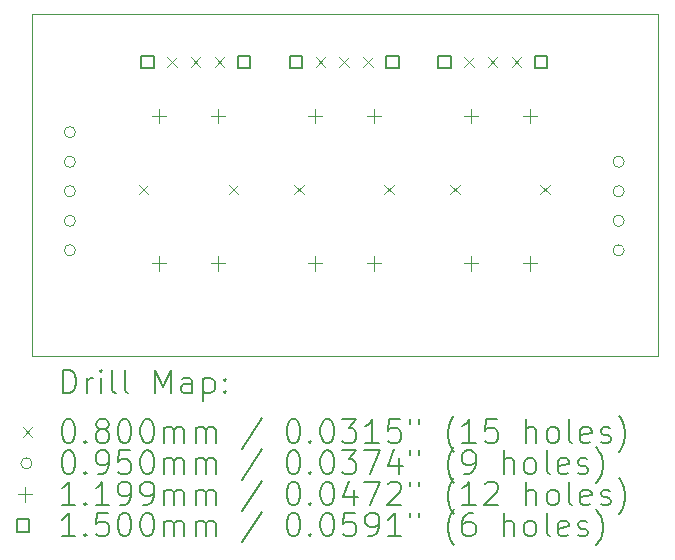
<source format=gbr>
%TF.GenerationSoftware,KiCad,Pcbnew,8.0.1*%
%TF.CreationDate,2024-04-28T18:54:05+02:00*%
%TF.ProjectId,SwitchesModule,53776974-6368-4657-934d-6f64756c652e,v0.1*%
%TF.SameCoordinates,Original*%
%TF.FileFunction,Drillmap*%
%TF.FilePolarity,Positive*%
%FSLAX45Y45*%
G04 Gerber Fmt 4.5, Leading zero omitted, Abs format (unit mm)*
G04 Created by KiCad (PCBNEW 8.0.1) date 2024-04-28 18:54:05*
%MOMM*%
%LPD*%
G01*
G04 APERTURE LIST*
%ADD10C,0.050000*%
%ADD11C,0.200000*%
%ADD12C,0.100000*%
%ADD13C,0.119888*%
%ADD14C,0.150000*%
G04 APERTURE END LIST*
D10*
X11942910Y-8784686D02*
X17242910Y-8784686D01*
X17242910Y-11684686D01*
X11942910Y-11684686D01*
X11942910Y-8784686D01*
D11*
D12*
X12841984Y-10234510D02*
X12921984Y-10314510D01*
X12921984Y-10234510D02*
X12841984Y-10314510D01*
X13085592Y-9154800D02*
X13165592Y-9234800D01*
X13165592Y-9154800D02*
X13085592Y-9234800D01*
X13285592Y-9154800D02*
X13365592Y-9234800D01*
X13365592Y-9154800D02*
X13285592Y-9234800D01*
X13485592Y-9154800D02*
X13565592Y-9234800D01*
X13565592Y-9154800D02*
X13485592Y-9234800D01*
X13603984Y-10234510D02*
X13683984Y-10314510D01*
X13683984Y-10234510D02*
X13603984Y-10314510D01*
X14162200Y-10234510D02*
X14242200Y-10314510D01*
X14242200Y-10234510D02*
X14162200Y-10314510D01*
X14343200Y-9154800D02*
X14423200Y-9234800D01*
X14423200Y-9154800D02*
X14343200Y-9234800D01*
X14543200Y-9154800D02*
X14623200Y-9234800D01*
X14623200Y-9154800D02*
X14543200Y-9234800D01*
X14743200Y-9154800D02*
X14823200Y-9234800D01*
X14823200Y-9154800D02*
X14743200Y-9234800D01*
X14924200Y-10234510D02*
X15004200Y-10314510D01*
X15004200Y-10234510D02*
X14924200Y-10314510D01*
X15482416Y-10234510D02*
X15562416Y-10314510D01*
X15562416Y-10234510D02*
X15482416Y-10314510D01*
X15600808Y-9154800D02*
X15680808Y-9234800D01*
X15680808Y-9154800D02*
X15600808Y-9234800D01*
X15800808Y-9154800D02*
X15880808Y-9234800D01*
X15880808Y-9154800D02*
X15800808Y-9234800D01*
X16000808Y-9154800D02*
X16080808Y-9234800D01*
X16080808Y-9154800D02*
X16000808Y-9234800D01*
X16244416Y-10234510D02*
X16324416Y-10314510D01*
X16324416Y-10234510D02*
X16244416Y-10314510D01*
X12307810Y-9787826D02*
G75*
G02*
X12212810Y-9787826I-47500J0D01*
G01*
X12212810Y-9787826D02*
G75*
G02*
X12307810Y-9787826I47500J0D01*
G01*
X12307810Y-10037826D02*
G75*
G02*
X12212810Y-10037826I-47500J0D01*
G01*
X12212810Y-10037826D02*
G75*
G02*
X12307810Y-10037826I47500J0D01*
G01*
X12307810Y-10287826D02*
G75*
G02*
X12212810Y-10287826I-47500J0D01*
G01*
X12212810Y-10287826D02*
G75*
G02*
X12307810Y-10287826I47500J0D01*
G01*
X12307810Y-10537826D02*
G75*
G02*
X12212810Y-10537826I-47500J0D01*
G01*
X12212810Y-10537826D02*
G75*
G02*
X12307810Y-10537826I47500J0D01*
G01*
X12307810Y-10787826D02*
G75*
G02*
X12212810Y-10787826I-47500J0D01*
G01*
X12212810Y-10787826D02*
G75*
G02*
X12307810Y-10787826I47500J0D01*
G01*
X16953470Y-10037826D02*
G75*
G02*
X16858470Y-10037826I-47500J0D01*
G01*
X16858470Y-10037826D02*
G75*
G02*
X16953470Y-10037826I47500J0D01*
G01*
X16953470Y-10287826D02*
G75*
G02*
X16858470Y-10287826I-47500J0D01*
G01*
X16858470Y-10287826D02*
G75*
G02*
X16953470Y-10287826I47500J0D01*
G01*
X16953470Y-10537826D02*
G75*
G02*
X16858470Y-10537826I-47500J0D01*
G01*
X16858470Y-10537826D02*
G75*
G02*
X16953470Y-10537826I47500J0D01*
G01*
X16953470Y-10787826D02*
G75*
G02*
X16858470Y-10787826I-47500J0D01*
G01*
X16858470Y-10787826D02*
G75*
G02*
X16953470Y-10787826I47500J0D01*
G01*
D13*
X13013048Y-9589726D02*
X13013048Y-9709614D01*
X12953104Y-9649670D02*
X13072992Y-9649670D01*
X13013048Y-10839406D02*
X13013048Y-10959294D01*
X12953104Y-10899350D02*
X13072992Y-10899350D01*
X13512920Y-9589726D02*
X13512920Y-9709614D01*
X13452976Y-9649670D02*
X13572864Y-9649670D01*
X13512920Y-10839406D02*
X13512920Y-10959294D01*
X13452976Y-10899350D02*
X13572864Y-10899350D01*
X14333264Y-9589726D02*
X14333264Y-9709614D01*
X14273320Y-9649670D02*
X14393208Y-9649670D01*
X14333264Y-10839406D02*
X14333264Y-10959294D01*
X14273320Y-10899350D02*
X14393208Y-10899350D01*
X14833136Y-9589726D02*
X14833136Y-9709614D01*
X14773192Y-9649670D02*
X14893080Y-9649670D01*
X14833136Y-10839406D02*
X14833136Y-10959294D01*
X14773192Y-10899350D02*
X14893080Y-10899350D01*
X15653480Y-9589726D02*
X15653480Y-9709614D01*
X15593536Y-9649670D02*
X15713424Y-9649670D01*
X15653480Y-10839406D02*
X15653480Y-10959294D01*
X15593536Y-10899350D02*
X15713424Y-10899350D01*
X16153352Y-9589726D02*
X16153352Y-9709614D01*
X16093408Y-9649670D02*
X16213296Y-9649670D01*
X16153352Y-10839406D02*
X16153352Y-10959294D01*
X16093408Y-10899350D02*
X16213296Y-10899350D01*
D14*
X12968625Y-9247834D02*
X12968625Y-9141767D01*
X12862558Y-9141767D01*
X12862558Y-9247834D01*
X12968625Y-9247834D01*
X13788625Y-9247834D02*
X13788625Y-9141767D01*
X13682558Y-9141767D01*
X13682558Y-9247834D01*
X13788625Y-9247834D01*
X14226233Y-9247834D02*
X14226233Y-9141767D01*
X14120166Y-9141767D01*
X14120166Y-9247834D01*
X14226233Y-9247834D01*
X15046233Y-9247834D02*
X15046233Y-9141767D01*
X14940166Y-9141767D01*
X14940166Y-9247834D01*
X15046233Y-9247834D01*
X15483841Y-9247834D02*
X15483841Y-9141767D01*
X15377774Y-9141767D01*
X15377774Y-9247834D01*
X15483841Y-9247834D01*
X16303841Y-9247834D02*
X16303841Y-9141767D01*
X16197774Y-9141767D01*
X16197774Y-9247834D01*
X16303841Y-9247834D01*
D11*
X12201187Y-11998670D02*
X12201187Y-11798670D01*
X12201187Y-11798670D02*
X12248806Y-11798670D01*
X12248806Y-11798670D02*
X12277377Y-11808194D01*
X12277377Y-11808194D02*
X12296425Y-11827241D01*
X12296425Y-11827241D02*
X12305949Y-11846289D01*
X12305949Y-11846289D02*
X12315472Y-11884384D01*
X12315472Y-11884384D02*
X12315472Y-11912955D01*
X12315472Y-11912955D02*
X12305949Y-11951051D01*
X12305949Y-11951051D02*
X12296425Y-11970098D01*
X12296425Y-11970098D02*
X12277377Y-11989146D01*
X12277377Y-11989146D02*
X12248806Y-11998670D01*
X12248806Y-11998670D02*
X12201187Y-11998670D01*
X12401187Y-11998670D02*
X12401187Y-11865336D01*
X12401187Y-11903432D02*
X12410711Y-11884384D01*
X12410711Y-11884384D02*
X12420234Y-11874860D01*
X12420234Y-11874860D02*
X12439282Y-11865336D01*
X12439282Y-11865336D02*
X12458330Y-11865336D01*
X12524996Y-11998670D02*
X12524996Y-11865336D01*
X12524996Y-11798670D02*
X12515472Y-11808194D01*
X12515472Y-11808194D02*
X12524996Y-11817717D01*
X12524996Y-11817717D02*
X12534520Y-11808194D01*
X12534520Y-11808194D02*
X12524996Y-11798670D01*
X12524996Y-11798670D02*
X12524996Y-11817717D01*
X12648806Y-11998670D02*
X12629758Y-11989146D01*
X12629758Y-11989146D02*
X12620234Y-11970098D01*
X12620234Y-11970098D02*
X12620234Y-11798670D01*
X12753568Y-11998670D02*
X12734520Y-11989146D01*
X12734520Y-11989146D02*
X12724996Y-11970098D01*
X12724996Y-11970098D02*
X12724996Y-11798670D01*
X12982139Y-11998670D02*
X12982139Y-11798670D01*
X12982139Y-11798670D02*
X13048806Y-11941527D01*
X13048806Y-11941527D02*
X13115472Y-11798670D01*
X13115472Y-11798670D02*
X13115472Y-11998670D01*
X13296425Y-11998670D02*
X13296425Y-11893908D01*
X13296425Y-11893908D02*
X13286901Y-11874860D01*
X13286901Y-11874860D02*
X13267853Y-11865336D01*
X13267853Y-11865336D02*
X13229758Y-11865336D01*
X13229758Y-11865336D02*
X13210711Y-11874860D01*
X13296425Y-11989146D02*
X13277377Y-11998670D01*
X13277377Y-11998670D02*
X13229758Y-11998670D01*
X13229758Y-11998670D02*
X13210711Y-11989146D01*
X13210711Y-11989146D02*
X13201187Y-11970098D01*
X13201187Y-11970098D02*
X13201187Y-11951051D01*
X13201187Y-11951051D02*
X13210711Y-11932003D01*
X13210711Y-11932003D02*
X13229758Y-11922479D01*
X13229758Y-11922479D02*
X13277377Y-11922479D01*
X13277377Y-11922479D02*
X13296425Y-11912955D01*
X13391663Y-11865336D02*
X13391663Y-12065336D01*
X13391663Y-11874860D02*
X13410711Y-11865336D01*
X13410711Y-11865336D02*
X13448806Y-11865336D01*
X13448806Y-11865336D02*
X13467853Y-11874860D01*
X13467853Y-11874860D02*
X13477377Y-11884384D01*
X13477377Y-11884384D02*
X13486901Y-11903432D01*
X13486901Y-11903432D02*
X13486901Y-11960574D01*
X13486901Y-11960574D02*
X13477377Y-11979622D01*
X13477377Y-11979622D02*
X13467853Y-11989146D01*
X13467853Y-11989146D02*
X13448806Y-11998670D01*
X13448806Y-11998670D02*
X13410711Y-11998670D01*
X13410711Y-11998670D02*
X13391663Y-11989146D01*
X13572615Y-11979622D02*
X13582139Y-11989146D01*
X13582139Y-11989146D02*
X13572615Y-11998670D01*
X13572615Y-11998670D02*
X13563092Y-11989146D01*
X13563092Y-11989146D02*
X13572615Y-11979622D01*
X13572615Y-11979622D02*
X13572615Y-11998670D01*
X13572615Y-11874860D02*
X13582139Y-11884384D01*
X13582139Y-11884384D02*
X13572615Y-11893908D01*
X13572615Y-11893908D02*
X13563092Y-11884384D01*
X13563092Y-11884384D02*
X13572615Y-11874860D01*
X13572615Y-11874860D02*
X13572615Y-11893908D01*
D12*
X11860410Y-12287186D02*
X11940410Y-12367186D01*
X11940410Y-12287186D02*
X11860410Y-12367186D01*
D11*
X12239282Y-12218670D02*
X12258330Y-12218670D01*
X12258330Y-12218670D02*
X12277377Y-12228194D01*
X12277377Y-12228194D02*
X12286901Y-12237717D01*
X12286901Y-12237717D02*
X12296425Y-12256765D01*
X12296425Y-12256765D02*
X12305949Y-12294860D01*
X12305949Y-12294860D02*
X12305949Y-12342479D01*
X12305949Y-12342479D02*
X12296425Y-12380574D01*
X12296425Y-12380574D02*
X12286901Y-12399622D01*
X12286901Y-12399622D02*
X12277377Y-12409146D01*
X12277377Y-12409146D02*
X12258330Y-12418670D01*
X12258330Y-12418670D02*
X12239282Y-12418670D01*
X12239282Y-12418670D02*
X12220234Y-12409146D01*
X12220234Y-12409146D02*
X12210711Y-12399622D01*
X12210711Y-12399622D02*
X12201187Y-12380574D01*
X12201187Y-12380574D02*
X12191663Y-12342479D01*
X12191663Y-12342479D02*
X12191663Y-12294860D01*
X12191663Y-12294860D02*
X12201187Y-12256765D01*
X12201187Y-12256765D02*
X12210711Y-12237717D01*
X12210711Y-12237717D02*
X12220234Y-12228194D01*
X12220234Y-12228194D02*
X12239282Y-12218670D01*
X12391663Y-12399622D02*
X12401187Y-12409146D01*
X12401187Y-12409146D02*
X12391663Y-12418670D01*
X12391663Y-12418670D02*
X12382139Y-12409146D01*
X12382139Y-12409146D02*
X12391663Y-12399622D01*
X12391663Y-12399622D02*
X12391663Y-12418670D01*
X12515472Y-12304384D02*
X12496425Y-12294860D01*
X12496425Y-12294860D02*
X12486901Y-12285336D01*
X12486901Y-12285336D02*
X12477377Y-12266289D01*
X12477377Y-12266289D02*
X12477377Y-12256765D01*
X12477377Y-12256765D02*
X12486901Y-12237717D01*
X12486901Y-12237717D02*
X12496425Y-12228194D01*
X12496425Y-12228194D02*
X12515472Y-12218670D01*
X12515472Y-12218670D02*
X12553568Y-12218670D01*
X12553568Y-12218670D02*
X12572615Y-12228194D01*
X12572615Y-12228194D02*
X12582139Y-12237717D01*
X12582139Y-12237717D02*
X12591663Y-12256765D01*
X12591663Y-12256765D02*
X12591663Y-12266289D01*
X12591663Y-12266289D02*
X12582139Y-12285336D01*
X12582139Y-12285336D02*
X12572615Y-12294860D01*
X12572615Y-12294860D02*
X12553568Y-12304384D01*
X12553568Y-12304384D02*
X12515472Y-12304384D01*
X12515472Y-12304384D02*
X12496425Y-12313908D01*
X12496425Y-12313908D02*
X12486901Y-12323432D01*
X12486901Y-12323432D02*
X12477377Y-12342479D01*
X12477377Y-12342479D02*
X12477377Y-12380574D01*
X12477377Y-12380574D02*
X12486901Y-12399622D01*
X12486901Y-12399622D02*
X12496425Y-12409146D01*
X12496425Y-12409146D02*
X12515472Y-12418670D01*
X12515472Y-12418670D02*
X12553568Y-12418670D01*
X12553568Y-12418670D02*
X12572615Y-12409146D01*
X12572615Y-12409146D02*
X12582139Y-12399622D01*
X12582139Y-12399622D02*
X12591663Y-12380574D01*
X12591663Y-12380574D02*
X12591663Y-12342479D01*
X12591663Y-12342479D02*
X12582139Y-12323432D01*
X12582139Y-12323432D02*
X12572615Y-12313908D01*
X12572615Y-12313908D02*
X12553568Y-12304384D01*
X12715472Y-12218670D02*
X12734520Y-12218670D01*
X12734520Y-12218670D02*
X12753568Y-12228194D01*
X12753568Y-12228194D02*
X12763092Y-12237717D01*
X12763092Y-12237717D02*
X12772615Y-12256765D01*
X12772615Y-12256765D02*
X12782139Y-12294860D01*
X12782139Y-12294860D02*
X12782139Y-12342479D01*
X12782139Y-12342479D02*
X12772615Y-12380574D01*
X12772615Y-12380574D02*
X12763092Y-12399622D01*
X12763092Y-12399622D02*
X12753568Y-12409146D01*
X12753568Y-12409146D02*
X12734520Y-12418670D01*
X12734520Y-12418670D02*
X12715472Y-12418670D01*
X12715472Y-12418670D02*
X12696425Y-12409146D01*
X12696425Y-12409146D02*
X12686901Y-12399622D01*
X12686901Y-12399622D02*
X12677377Y-12380574D01*
X12677377Y-12380574D02*
X12667853Y-12342479D01*
X12667853Y-12342479D02*
X12667853Y-12294860D01*
X12667853Y-12294860D02*
X12677377Y-12256765D01*
X12677377Y-12256765D02*
X12686901Y-12237717D01*
X12686901Y-12237717D02*
X12696425Y-12228194D01*
X12696425Y-12228194D02*
X12715472Y-12218670D01*
X12905949Y-12218670D02*
X12924996Y-12218670D01*
X12924996Y-12218670D02*
X12944044Y-12228194D01*
X12944044Y-12228194D02*
X12953568Y-12237717D01*
X12953568Y-12237717D02*
X12963092Y-12256765D01*
X12963092Y-12256765D02*
X12972615Y-12294860D01*
X12972615Y-12294860D02*
X12972615Y-12342479D01*
X12972615Y-12342479D02*
X12963092Y-12380574D01*
X12963092Y-12380574D02*
X12953568Y-12399622D01*
X12953568Y-12399622D02*
X12944044Y-12409146D01*
X12944044Y-12409146D02*
X12924996Y-12418670D01*
X12924996Y-12418670D02*
X12905949Y-12418670D01*
X12905949Y-12418670D02*
X12886901Y-12409146D01*
X12886901Y-12409146D02*
X12877377Y-12399622D01*
X12877377Y-12399622D02*
X12867853Y-12380574D01*
X12867853Y-12380574D02*
X12858330Y-12342479D01*
X12858330Y-12342479D02*
X12858330Y-12294860D01*
X12858330Y-12294860D02*
X12867853Y-12256765D01*
X12867853Y-12256765D02*
X12877377Y-12237717D01*
X12877377Y-12237717D02*
X12886901Y-12228194D01*
X12886901Y-12228194D02*
X12905949Y-12218670D01*
X13058330Y-12418670D02*
X13058330Y-12285336D01*
X13058330Y-12304384D02*
X13067853Y-12294860D01*
X13067853Y-12294860D02*
X13086901Y-12285336D01*
X13086901Y-12285336D02*
X13115473Y-12285336D01*
X13115473Y-12285336D02*
X13134520Y-12294860D01*
X13134520Y-12294860D02*
X13144044Y-12313908D01*
X13144044Y-12313908D02*
X13144044Y-12418670D01*
X13144044Y-12313908D02*
X13153568Y-12294860D01*
X13153568Y-12294860D02*
X13172615Y-12285336D01*
X13172615Y-12285336D02*
X13201187Y-12285336D01*
X13201187Y-12285336D02*
X13220234Y-12294860D01*
X13220234Y-12294860D02*
X13229758Y-12313908D01*
X13229758Y-12313908D02*
X13229758Y-12418670D01*
X13324996Y-12418670D02*
X13324996Y-12285336D01*
X13324996Y-12304384D02*
X13334520Y-12294860D01*
X13334520Y-12294860D02*
X13353568Y-12285336D01*
X13353568Y-12285336D02*
X13382139Y-12285336D01*
X13382139Y-12285336D02*
X13401187Y-12294860D01*
X13401187Y-12294860D02*
X13410711Y-12313908D01*
X13410711Y-12313908D02*
X13410711Y-12418670D01*
X13410711Y-12313908D02*
X13420234Y-12294860D01*
X13420234Y-12294860D02*
X13439282Y-12285336D01*
X13439282Y-12285336D02*
X13467853Y-12285336D01*
X13467853Y-12285336D02*
X13486901Y-12294860D01*
X13486901Y-12294860D02*
X13496425Y-12313908D01*
X13496425Y-12313908D02*
X13496425Y-12418670D01*
X13886901Y-12209146D02*
X13715473Y-12466289D01*
X14144044Y-12218670D02*
X14163092Y-12218670D01*
X14163092Y-12218670D02*
X14182139Y-12228194D01*
X14182139Y-12228194D02*
X14191663Y-12237717D01*
X14191663Y-12237717D02*
X14201187Y-12256765D01*
X14201187Y-12256765D02*
X14210711Y-12294860D01*
X14210711Y-12294860D02*
X14210711Y-12342479D01*
X14210711Y-12342479D02*
X14201187Y-12380574D01*
X14201187Y-12380574D02*
X14191663Y-12399622D01*
X14191663Y-12399622D02*
X14182139Y-12409146D01*
X14182139Y-12409146D02*
X14163092Y-12418670D01*
X14163092Y-12418670D02*
X14144044Y-12418670D01*
X14144044Y-12418670D02*
X14124996Y-12409146D01*
X14124996Y-12409146D02*
X14115473Y-12399622D01*
X14115473Y-12399622D02*
X14105949Y-12380574D01*
X14105949Y-12380574D02*
X14096425Y-12342479D01*
X14096425Y-12342479D02*
X14096425Y-12294860D01*
X14096425Y-12294860D02*
X14105949Y-12256765D01*
X14105949Y-12256765D02*
X14115473Y-12237717D01*
X14115473Y-12237717D02*
X14124996Y-12228194D01*
X14124996Y-12228194D02*
X14144044Y-12218670D01*
X14296425Y-12399622D02*
X14305949Y-12409146D01*
X14305949Y-12409146D02*
X14296425Y-12418670D01*
X14296425Y-12418670D02*
X14286901Y-12409146D01*
X14286901Y-12409146D02*
X14296425Y-12399622D01*
X14296425Y-12399622D02*
X14296425Y-12418670D01*
X14429758Y-12218670D02*
X14448806Y-12218670D01*
X14448806Y-12218670D02*
X14467854Y-12228194D01*
X14467854Y-12228194D02*
X14477377Y-12237717D01*
X14477377Y-12237717D02*
X14486901Y-12256765D01*
X14486901Y-12256765D02*
X14496425Y-12294860D01*
X14496425Y-12294860D02*
X14496425Y-12342479D01*
X14496425Y-12342479D02*
X14486901Y-12380574D01*
X14486901Y-12380574D02*
X14477377Y-12399622D01*
X14477377Y-12399622D02*
X14467854Y-12409146D01*
X14467854Y-12409146D02*
X14448806Y-12418670D01*
X14448806Y-12418670D02*
X14429758Y-12418670D01*
X14429758Y-12418670D02*
X14410711Y-12409146D01*
X14410711Y-12409146D02*
X14401187Y-12399622D01*
X14401187Y-12399622D02*
X14391663Y-12380574D01*
X14391663Y-12380574D02*
X14382139Y-12342479D01*
X14382139Y-12342479D02*
X14382139Y-12294860D01*
X14382139Y-12294860D02*
X14391663Y-12256765D01*
X14391663Y-12256765D02*
X14401187Y-12237717D01*
X14401187Y-12237717D02*
X14410711Y-12228194D01*
X14410711Y-12228194D02*
X14429758Y-12218670D01*
X14563092Y-12218670D02*
X14686901Y-12218670D01*
X14686901Y-12218670D02*
X14620235Y-12294860D01*
X14620235Y-12294860D02*
X14648806Y-12294860D01*
X14648806Y-12294860D02*
X14667854Y-12304384D01*
X14667854Y-12304384D02*
X14677377Y-12313908D01*
X14677377Y-12313908D02*
X14686901Y-12332955D01*
X14686901Y-12332955D02*
X14686901Y-12380574D01*
X14686901Y-12380574D02*
X14677377Y-12399622D01*
X14677377Y-12399622D02*
X14667854Y-12409146D01*
X14667854Y-12409146D02*
X14648806Y-12418670D01*
X14648806Y-12418670D02*
X14591663Y-12418670D01*
X14591663Y-12418670D02*
X14572616Y-12409146D01*
X14572616Y-12409146D02*
X14563092Y-12399622D01*
X14877377Y-12418670D02*
X14763092Y-12418670D01*
X14820235Y-12418670D02*
X14820235Y-12218670D01*
X14820235Y-12218670D02*
X14801187Y-12247241D01*
X14801187Y-12247241D02*
X14782139Y-12266289D01*
X14782139Y-12266289D02*
X14763092Y-12275813D01*
X15058330Y-12218670D02*
X14963092Y-12218670D01*
X14963092Y-12218670D02*
X14953568Y-12313908D01*
X14953568Y-12313908D02*
X14963092Y-12304384D01*
X14963092Y-12304384D02*
X14982139Y-12294860D01*
X14982139Y-12294860D02*
X15029758Y-12294860D01*
X15029758Y-12294860D02*
X15048806Y-12304384D01*
X15048806Y-12304384D02*
X15058330Y-12313908D01*
X15058330Y-12313908D02*
X15067854Y-12332955D01*
X15067854Y-12332955D02*
X15067854Y-12380574D01*
X15067854Y-12380574D02*
X15058330Y-12399622D01*
X15058330Y-12399622D02*
X15048806Y-12409146D01*
X15048806Y-12409146D02*
X15029758Y-12418670D01*
X15029758Y-12418670D02*
X14982139Y-12418670D01*
X14982139Y-12418670D02*
X14963092Y-12409146D01*
X14963092Y-12409146D02*
X14953568Y-12399622D01*
X15144044Y-12218670D02*
X15144044Y-12256765D01*
X15220235Y-12218670D02*
X15220235Y-12256765D01*
X15515473Y-12494860D02*
X15505949Y-12485336D01*
X15505949Y-12485336D02*
X15486901Y-12456765D01*
X15486901Y-12456765D02*
X15477378Y-12437717D01*
X15477378Y-12437717D02*
X15467854Y-12409146D01*
X15467854Y-12409146D02*
X15458330Y-12361527D01*
X15458330Y-12361527D02*
X15458330Y-12323432D01*
X15458330Y-12323432D02*
X15467854Y-12275813D01*
X15467854Y-12275813D02*
X15477378Y-12247241D01*
X15477378Y-12247241D02*
X15486901Y-12228194D01*
X15486901Y-12228194D02*
X15505949Y-12199622D01*
X15505949Y-12199622D02*
X15515473Y-12190098D01*
X15696425Y-12418670D02*
X15582139Y-12418670D01*
X15639282Y-12418670D02*
X15639282Y-12218670D01*
X15639282Y-12218670D02*
X15620235Y-12247241D01*
X15620235Y-12247241D02*
X15601187Y-12266289D01*
X15601187Y-12266289D02*
X15582139Y-12275813D01*
X15877378Y-12218670D02*
X15782139Y-12218670D01*
X15782139Y-12218670D02*
X15772616Y-12313908D01*
X15772616Y-12313908D02*
X15782139Y-12304384D01*
X15782139Y-12304384D02*
X15801187Y-12294860D01*
X15801187Y-12294860D02*
X15848806Y-12294860D01*
X15848806Y-12294860D02*
X15867854Y-12304384D01*
X15867854Y-12304384D02*
X15877378Y-12313908D01*
X15877378Y-12313908D02*
X15886901Y-12332955D01*
X15886901Y-12332955D02*
X15886901Y-12380574D01*
X15886901Y-12380574D02*
X15877378Y-12399622D01*
X15877378Y-12399622D02*
X15867854Y-12409146D01*
X15867854Y-12409146D02*
X15848806Y-12418670D01*
X15848806Y-12418670D02*
X15801187Y-12418670D01*
X15801187Y-12418670D02*
X15782139Y-12409146D01*
X15782139Y-12409146D02*
X15772616Y-12399622D01*
X16124997Y-12418670D02*
X16124997Y-12218670D01*
X16210711Y-12418670D02*
X16210711Y-12313908D01*
X16210711Y-12313908D02*
X16201187Y-12294860D01*
X16201187Y-12294860D02*
X16182140Y-12285336D01*
X16182140Y-12285336D02*
X16153568Y-12285336D01*
X16153568Y-12285336D02*
X16134520Y-12294860D01*
X16134520Y-12294860D02*
X16124997Y-12304384D01*
X16334520Y-12418670D02*
X16315473Y-12409146D01*
X16315473Y-12409146D02*
X16305949Y-12399622D01*
X16305949Y-12399622D02*
X16296425Y-12380574D01*
X16296425Y-12380574D02*
X16296425Y-12323432D01*
X16296425Y-12323432D02*
X16305949Y-12304384D01*
X16305949Y-12304384D02*
X16315473Y-12294860D01*
X16315473Y-12294860D02*
X16334520Y-12285336D01*
X16334520Y-12285336D02*
X16363092Y-12285336D01*
X16363092Y-12285336D02*
X16382140Y-12294860D01*
X16382140Y-12294860D02*
X16391663Y-12304384D01*
X16391663Y-12304384D02*
X16401187Y-12323432D01*
X16401187Y-12323432D02*
X16401187Y-12380574D01*
X16401187Y-12380574D02*
X16391663Y-12399622D01*
X16391663Y-12399622D02*
X16382140Y-12409146D01*
X16382140Y-12409146D02*
X16363092Y-12418670D01*
X16363092Y-12418670D02*
X16334520Y-12418670D01*
X16515473Y-12418670D02*
X16496425Y-12409146D01*
X16496425Y-12409146D02*
X16486901Y-12390098D01*
X16486901Y-12390098D02*
X16486901Y-12218670D01*
X16667854Y-12409146D02*
X16648806Y-12418670D01*
X16648806Y-12418670D02*
X16610711Y-12418670D01*
X16610711Y-12418670D02*
X16591663Y-12409146D01*
X16591663Y-12409146D02*
X16582140Y-12390098D01*
X16582140Y-12390098D02*
X16582140Y-12313908D01*
X16582140Y-12313908D02*
X16591663Y-12294860D01*
X16591663Y-12294860D02*
X16610711Y-12285336D01*
X16610711Y-12285336D02*
X16648806Y-12285336D01*
X16648806Y-12285336D02*
X16667854Y-12294860D01*
X16667854Y-12294860D02*
X16677378Y-12313908D01*
X16677378Y-12313908D02*
X16677378Y-12332955D01*
X16677378Y-12332955D02*
X16582140Y-12352003D01*
X16753568Y-12409146D02*
X16772616Y-12418670D01*
X16772616Y-12418670D02*
X16810711Y-12418670D01*
X16810711Y-12418670D02*
X16829759Y-12409146D01*
X16829759Y-12409146D02*
X16839283Y-12390098D01*
X16839283Y-12390098D02*
X16839283Y-12380574D01*
X16839283Y-12380574D02*
X16829759Y-12361527D01*
X16829759Y-12361527D02*
X16810711Y-12352003D01*
X16810711Y-12352003D02*
X16782140Y-12352003D01*
X16782140Y-12352003D02*
X16763092Y-12342479D01*
X16763092Y-12342479D02*
X16753568Y-12323432D01*
X16753568Y-12323432D02*
X16753568Y-12313908D01*
X16753568Y-12313908D02*
X16763092Y-12294860D01*
X16763092Y-12294860D02*
X16782140Y-12285336D01*
X16782140Y-12285336D02*
X16810711Y-12285336D01*
X16810711Y-12285336D02*
X16829759Y-12294860D01*
X16905949Y-12494860D02*
X16915473Y-12485336D01*
X16915473Y-12485336D02*
X16934521Y-12456765D01*
X16934521Y-12456765D02*
X16944044Y-12437717D01*
X16944044Y-12437717D02*
X16953568Y-12409146D01*
X16953568Y-12409146D02*
X16963092Y-12361527D01*
X16963092Y-12361527D02*
X16963092Y-12323432D01*
X16963092Y-12323432D02*
X16953568Y-12275813D01*
X16953568Y-12275813D02*
X16944044Y-12247241D01*
X16944044Y-12247241D02*
X16934521Y-12228194D01*
X16934521Y-12228194D02*
X16915473Y-12199622D01*
X16915473Y-12199622D02*
X16905949Y-12190098D01*
D12*
X11940410Y-12591186D02*
G75*
G02*
X11845410Y-12591186I-47500J0D01*
G01*
X11845410Y-12591186D02*
G75*
G02*
X11940410Y-12591186I47500J0D01*
G01*
D11*
X12239282Y-12482670D02*
X12258330Y-12482670D01*
X12258330Y-12482670D02*
X12277377Y-12492194D01*
X12277377Y-12492194D02*
X12286901Y-12501717D01*
X12286901Y-12501717D02*
X12296425Y-12520765D01*
X12296425Y-12520765D02*
X12305949Y-12558860D01*
X12305949Y-12558860D02*
X12305949Y-12606479D01*
X12305949Y-12606479D02*
X12296425Y-12644574D01*
X12296425Y-12644574D02*
X12286901Y-12663622D01*
X12286901Y-12663622D02*
X12277377Y-12673146D01*
X12277377Y-12673146D02*
X12258330Y-12682670D01*
X12258330Y-12682670D02*
X12239282Y-12682670D01*
X12239282Y-12682670D02*
X12220234Y-12673146D01*
X12220234Y-12673146D02*
X12210711Y-12663622D01*
X12210711Y-12663622D02*
X12201187Y-12644574D01*
X12201187Y-12644574D02*
X12191663Y-12606479D01*
X12191663Y-12606479D02*
X12191663Y-12558860D01*
X12191663Y-12558860D02*
X12201187Y-12520765D01*
X12201187Y-12520765D02*
X12210711Y-12501717D01*
X12210711Y-12501717D02*
X12220234Y-12492194D01*
X12220234Y-12492194D02*
X12239282Y-12482670D01*
X12391663Y-12663622D02*
X12401187Y-12673146D01*
X12401187Y-12673146D02*
X12391663Y-12682670D01*
X12391663Y-12682670D02*
X12382139Y-12673146D01*
X12382139Y-12673146D02*
X12391663Y-12663622D01*
X12391663Y-12663622D02*
X12391663Y-12682670D01*
X12496425Y-12682670D02*
X12534520Y-12682670D01*
X12534520Y-12682670D02*
X12553568Y-12673146D01*
X12553568Y-12673146D02*
X12563092Y-12663622D01*
X12563092Y-12663622D02*
X12582139Y-12635051D01*
X12582139Y-12635051D02*
X12591663Y-12596955D01*
X12591663Y-12596955D02*
X12591663Y-12520765D01*
X12591663Y-12520765D02*
X12582139Y-12501717D01*
X12582139Y-12501717D02*
X12572615Y-12492194D01*
X12572615Y-12492194D02*
X12553568Y-12482670D01*
X12553568Y-12482670D02*
X12515472Y-12482670D01*
X12515472Y-12482670D02*
X12496425Y-12492194D01*
X12496425Y-12492194D02*
X12486901Y-12501717D01*
X12486901Y-12501717D02*
X12477377Y-12520765D01*
X12477377Y-12520765D02*
X12477377Y-12568384D01*
X12477377Y-12568384D02*
X12486901Y-12587432D01*
X12486901Y-12587432D02*
X12496425Y-12596955D01*
X12496425Y-12596955D02*
X12515472Y-12606479D01*
X12515472Y-12606479D02*
X12553568Y-12606479D01*
X12553568Y-12606479D02*
X12572615Y-12596955D01*
X12572615Y-12596955D02*
X12582139Y-12587432D01*
X12582139Y-12587432D02*
X12591663Y-12568384D01*
X12772615Y-12482670D02*
X12677377Y-12482670D01*
X12677377Y-12482670D02*
X12667853Y-12577908D01*
X12667853Y-12577908D02*
X12677377Y-12568384D01*
X12677377Y-12568384D02*
X12696425Y-12558860D01*
X12696425Y-12558860D02*
X12744044Y-12558860D01*
X12744044Y-12558860D02*
X12763092Y-12568384D01*
X12763092Y-12568384D02*
X12772615Y-12577908D01*
X12772615Y-12577908D02*
X12782139Y-12596955D01*
X12782139Y-12596955D02*
X12782139Y-12644574D01*
X12782139Y-12644574D02*
X12772615Y-12663622D01*
X12772615Y-12663622D02*
X12763092Y-12673146D01*
X12763092Y-12673146D02*
X12744044Y-12682670D01*
X12744044Y-12682670D02*
X12696425Y-12682670D01*
X12696425Y-12682670D02*
X12677377Y-12673146D01*
X12677377Y-12673146D02*
X12667853Y-12663622D01*
X12905949Y-12482670D02*
X12924996Y-12482670D01*
X12924996Y-12482670D02*
X12944044Y-12492194D01*
X12944044Y-12492194D02*
X12953568Y-12501717D01*
X12953568Y-12501717D02*
X12963092Y-12520765D01*
X12963092Y-12520765D02*
X12972615Y-12558860D01*
X12972615Y-12558860D02*
X12972615Y-12606479D01*
X12972615Y-12606479D02*
X12963092Y-12644574D01*
X12963092Y-12644574D02*
X12953568Y-12663622D01*
X12953568Y-12663622D02*
X12944044Y-12673146D01*
X12944044Y-12673146D02*
X12924996Y-12682670D01*
X12924996Y-12682670D02*
X12905949Y-12682670D01*
X12905949Y-12682670D02*
X12886901Y-12673146D01*
X12886901Y-12673146D02*
X12877377Y-12663622D01*
X12877377Y-12663622D02*
X12867853Y-12644574D01*
X12867853Y-12644574D02*
X12858330Y-12606479D01*
X12858330Y-12606479D02*
X12858330Y-12558860D01*
X12858330Y-12558860D02*
X12867853Y-12520765D01*
X12867853Y-12520765D02*
X12877377Y-12501717D01*
X12877377Y-12501717D02*
X12886901Y-12492194D01*
X12886901Y-12492194D02*
X12905949Y-12482670D01*
X13058330Y-12682670D02*
X13058330Y-12549336D01*
X13058330Y-12568384D02*
X13067853Y-12558860D01*
X13067853Y-12558860D02*
X13086901Y-12549336D01*
X13086901Y-12549336D02*
X13115473Y-12549336D01*
X13115473Y-12549336D02*
X13134520Y-12558860D01*
X13134520Y-12558860D02*
X13144044Y-12577908D01*
X13144044Y-12577908D02*
X13144044Y-12682670D01*
X13144044Y-12577908D02*
X13153568Y-12558860D01*
X13153568Y-12558860D02*
X13172615Y-12549336D01*
X13172615Y-12549336D02*
X13201187Y-12549336D01*
X13201187Y-12549336D02*
X13220234Y-12558860D01*
X13220234Y-12558860D02*
X13229758Y-12577908D01*
X13229758Y-12577908D02*
X13229758Y-12682670D01*
X13324996Y-12682670D02*
X13324996Y-12549336D01*
X13324996Y-12568384D02*
X13334520Y-12558860D01*
X13334520Y-12558860D02*
X13353568Y-12549336D01*
X13353568Y-12549336D02*
X13382139Y-12549336D01*
X13382139Y-12549336D02*
X13401187Y-12558860D01*
X13401187Y-12558860D02*
X13410711Y-12577908D01*
X13410711Y-12577908D02*
X13410711Y-12682670D01*
X13410711Y-12577908D02*
X13420234Y-12558860D01*
X13420234Y-12558860D02*
X13439282Y-12549336D01*
X13439282Y-12549336D02*
X13467853Y-12549336D01*
X13467853Y-12549336D02*
X13486901Y-12558860D01*
X13486901Y-12558860D02*
X13496425Y-12577908D01*
X13496425Y-12577908D02*
X13496425Y-12682670D01*
X13886901Y-12473146D02*
X13715473Y-12730289D01*
X14144044Y-12482670D02*
X14163092Y-12482670D01*
X14163092Y-12482670D02*
X14182139Y-12492194D01*
X14182139Y-12492194D02*
X14191663Y-12501717D01*
X14191663Y-12501717D02*
X14201187Y-12520765D01*
X14201187Y-12520765D02*
X14210711Y-12558860D01*
X14210711Y-12558860D02*
X14210711Y-12606479D01*
X14210711Y-12606479D02*
X14201187Y-12644574D01*
X14201187Y-12644574D02*
X14191663Y-12663622D01*
X14191663Y-12663622D02*
X14182139Y-12673146D01*
X14182139Y-12673146D02*
X14163092Y-12682670D01*
X14163092Y-12682670D02*
X14144044Y-12682670D01*
X14144044Y-12682670D02*
X14124996Y-12673146D01*
X14124996Y-12673146D02*
X14115473Y-12663622D01*
X14115473Y-12663622D02*
X14105949Y-12644574D01*
X14105949Y-12644574D02*
X14096425Y-12606479D01*
X14096425Y-12606479D02*
X14096425Y-12558860D01*
X14096425Y-12558860D02*
X14105949Y-12520765D01*
X14105949Y-12520765D02*
X14115473Y-12501717D01*
X14115473Y-12501717D02*
X14124996Y-12492194D01*
X14124996Y-12492194D02*
X14144044Y-12482670D01*
X14296425Y-12663622D02*
X14305949Y-12673146D01*
X14305949Y-12673146D02*
X14296425Y-12682670D01*
X14296425Y-12682670D02*
X14286901Y-12673146D01*
X14286901Y-12673146D02*
X14296425Y-12663622D01*
X14296425Y-12663622D02*
X14296425Y-12682670D01*
X14429758Y-12482670D02*
X14448806Y-12482670D01*
X14448806Y-12482670D02*
X14467854Y-12492194D01*
X14467854Y-12492194D02*
X14477377Y-12501717D01*
X14477377Y-12501717D02*
X14486901Y-12520765D01*
X14486901Y-12520765D02*
X14496425Y-12558860D01*
X14496425Y-12558860D02*
X14496425Y-12606479D01*
X14496425Y-12606479D02*
X14486901Y-12644574D01*
X14486901Y-12644574D02*
X14477377Y-12663622D01*
X14477377Y-12663622D02*
X14467854Y-12673146D01*
X14467854Y-12673146D02*
X14448806Y-12682670D01*
X14448806Y-12682670D02*
X14429758Y-12682670D01*
X14429758Y-12682670D02*
X14410711Y-12673146D01*
X14410711Y-12673146D02*
X14401187Y-12663622D01*
X14401187Y-12663622D02*
X14391663Y-12644574D01*
X14391663Y-12644574D02*
X14382139Y-12606479D01*
X14382139Y-12606479D02*
X14382139Y-12558860D01*
X14382139Y-12558860D02*
X14391663Y-12520765D01*
X14391663Y-12520765D02*
X14401187Y-12501717D01*
X14401187Y-12501717D02*
X14410711Y-12492194D01*
X14410711Y-12492194D02*
X14429758Y-12482670D01*
X14563092Y-12482670D02*
X14686901Y-12482670D01*
X14686901Y-12482670D02*
X14620235Y-12558860D01*
X14620235Y-12558860D02*
X14648806Y-12558860D01*
X14648806Y-12558860D02*
X14667854Y-12568384D01*
X14667854Y-12568384D02*
X14677377Y-12577908D01*
X14677377Y-12577908D02*
X14686901Y-12596955D01*
X14686901Y-12596955D02*
X14686901Y-12644574D01*
X14686901Y-12644574D02*
X14677377Y-12663622D01*
X14677377Y-12663622D02*
X14667854Y-12673146D01*
X14667854Y-12673146D02*
X14648806Y-12682670D01*
X14648806Y-12682670D02*
X14591663Y-12682670D01*
X14591663Y-12682670D02*
X14572616Y-12673146D01*
X14572616Y-12673146D02*
X14563092Y-12663622D01*
X14753568Y-12482670D02*
X14886901Y-12482670D01*
X14886901Y-12482670D02*
X14801187Y-12682670D01*
X15048806Y-12549336D02*
X15048806Y-12682670D01*
X15001187Y-12473146D02*
X14953568Y-12616003D01*
X14953568Y-12616003D02*
X15077377Y-12616003D01*
X15144044Y-12482670D02*
X15144044Y-12520765D01*
X15220235Y-12482670D02*
X15220235Y-12520765D01*
X15515473Y-12758860D02*
X15505949Y-12749336D01*
X15505949Y-12749336D02*
X15486901Y-12720765D01*
X15486901Y-12720765D02*
X15477378Y-12701717D01*
X15477378Y-12701717D02*
X15467854Y-12673146D01*
X15467854Y-12673146D02*
X15458330Y-12625527D01*
X15458330Y-12625527D02*
X15458330Y-12587432D01*
X15458330Y-12587432D02*
X15467854Y-12539813D01*
X15467854Y-12539813D02*
X15477378Y-12511241D01*
X15477378Y-12511241D02*
X15486901Y-12492194D01*
X15486901Y-12492194D02*
X15505949Y-12463622D01*
X15505949Y-12463622D02*
X15515473Y-12454098D01*
X15601187Y-12682670D02*
X15639282Y-12682670D01*
X15639282Y-12682670D02*
X15658330Y-12673146D01*
X15658330Y-12673146D02*
X15667854Y-12663622D01*
X15667854Y-12663622D02*
X15686901Y-12635051D01*
X15686901Y-12635051D02*
X15696425Y-12596955D01*
X15696425Y-12596955D02*
X15696425Y-12520765D01*
X15696425Y-12520765D02*
X15686901Y-12501717D01*
X15686901Y-12501717D02*
X15677378Y-12492194D01*
X15677378Y-12492194D02*
X15658330Y-12482670D01*
X15658330Y-12482670D02*
X15620235Y-12482670D01*
X15620235Y-12482670D02*
X15601187Y-12492194D01*
X15601187Y-12492194D02*
X15591663Y-12501717D01*
X15591663Y-12501717D02*
X15582139Y-12520765D01*
X15582139Y-12520765D02*
X15582139Y-12568384D01*
X15582139Y-12568384D02*
X15591663Y-12587432D01*
X15591663Y-12587432D02*
X15601187Y-12596955D01*
X15601187Y-12596955D02*
X15620235Y-12606479D01*
X15620235Y-12606479D02*
X15658330Y-12606479D01*
X15658330Y-12606479D02*
X15677378Y-12596955D01*
X15677378Y-12596955D02*
X15686901Y-12587432D01*
X15686901Y-12587432D02*
X15696425Y-12568384D01*
X15934520Y-12682670D02*
X15934520Y-12482670D01*
X16020235Y-12682670D02*
X16020235Y-12577908D01*
X16020235Y-12577908D02*
X16010711Y-12558860D01*
X16010711Y-12558860D02*
X15991663Y-12549336D01*
X15991663Y-12549336D02*
X15963092Y-12549336D01*
X15963092Y-12549336D02*
X15944044Y-12558860D01*
X15944044Y-12558860D02*
X15934520Y-12568384D01*
X16144044Y-12682670D02*
X16124997Y-12673146D01*
X16124997Y-12673146D02*
X16115473Y-12663622D01*
X16115473Y-12663622D02*
X16105949Y-12644574D01*
X16105949Y-12644574D02*
X16105949Y-12587432D01*
X16105949Y-12587432D02*
X16115473Y-12568384D01*
X16115473Y-12568384D02*
X16124997Y-12558860D01*
X16124997Y-12558860D02*
X16144044Y-12549336D01*
X16144044Y-12549336D02*
X16172616Y-12549336D01*
X16172616Y-12549336D02*
X16191663Y-12558860D01*
X16191663Y-12558860D02*
X16201187Y-12568384D01*
X16201187Y-12568384D02*
X16210711Y-12587432D01*
X16210711Y-12587432D02*
X16210711Y-12644574D01*
X16210711Y-12644574D02*
X16201187Y-12663622D01*
X16201187Y-12663622D02*
X16191663Y-12673146D01*
X16191663Y-12673146D02*
X16172616Y-12682670D01*
X16172616Y-12682670D02*
X16144044Y-12682670D01*
X16324997Y-12682670D02*
X16305949Y-12673146D01*
X16305949Y-12673146D02*
X16296425Y-12654098D01*
X16296425Y-12654098D02*
X16296425Y-12482670D01*
X16477378Y-12673146D02*
X16458330Y-12682670D01*
X16458330Y-12682670D02*
X16420235Y-12682670D01*
X16420235Y-12682670D02*
X16401187Y-12673146D01*
X16401187Y-12673146D02*
X16391663Y-12654098D01*
X16391663Y-12654098D02*
X16391663Y-12577908D01*
X16391663Y-12577908D02*
X16401187Y-12558860D01*
X16401187Y-12558860D02*
X16420235Y-12549336D01*
X16420235Y-12549336D02*
X16458330Y-12549336D01*
X16458330Y-12549336D02*
X16477378Y-12558860D01*
X16477378Y-12558860D02*
X16486901Y-12577908D01*
X16486901Y-12577908D02*
X16486901Y-12596955D01*
X16486901Y-12596955D02*
X16391663Y-12616003D01*
X16563092Y-12673146D02*
X16582140Y-12682670D01*
X16582140Y-12682670D02*
X16620235Y-12682670D01*
X16620235Y-12682670D02*
X16639282Y-12673146D01*
X16639282Y-12673146D02*
X16648806Y-12654098D01*
X16648806Y-12654098D02*
X16648806Y-12644574D01*
X16648806Y-12644574D02*
X16639282Y-12625527D01*
X16639282Y-12625527D02*
X16620235Y-12616003D01*
X16620235Y-12616003D02*
X16591663Y-12616003D01*
X16591663Y-12616003D02*
X16572616Y-12606479D01*
X16572616Y-12606479D02*
X16563092Y-12587432D01*
X16563092Y-12587432D02*
X16563092Y-12577908D01*
X16563092Y-12577908D02*
X16572616Y-12558860D01*
X16572616Y-12558860D02*
X16591663Y-12549336D01*
X16591663Y-12549336D02*
X16620235Y-12549336D01*
X16620235Y-12549336D02*
X16639282Y-12558860D01*
X16715473Y-12758860D02*
X16724997Y-12749336D01*
X16724997Y-12749336D02*
X16744044Y-12720765D01*
X16744044Y-12720765D02*
X16753568Y-12701717D01*
X16753568Y-12701717D02*
X16763092Y-12673146D01*
X16763092Y-12673146D02*
X16772616Y-12625527D01*
X16772616Y-12625527D02*
X16772616Y-12587432D01*
X16772616Y-12587432D02*
X16763092Y-12539813D01*
X16763092Y-12539813D02*
X16753568Y-12511241D01*
X16753568Y-12511241D02*
X16744044Y-12492194D01*
X16744044Y-12492194D02*
X16724997Y-12463622D01*
X16724997Y-12463622D02*
X16715473Y-12454098D01*
D13*
X11880466Y-12795242D02*
X11880466Y-12915130D01*
X11820522Y-12855186D02*
X11940410Y-12855186D01*
D11*
X12305949Y-12946670D02*
X12191663Y-12946670D01*
X12248806Y-12946670D02*
X12248806Y-12746670D01*
X12248806Y-12746670D02*
X12229758Y-12775241D01*
X12229758Y-12775241D02*
X12210711Y-12794289D01*
X12210711Y-12794289D02*
X12191663Y-12803813D01*
X12391663Y-12927622D02*
X12401187Y-12937146D01*
X12401187Y-12937146D02*
X12391663Y-12946670D01*
X12391663Y-12946670D02*
X12382139Y-12937146D01*
X12382139Y-12937146D02*
X12391663Y-12927622D01*
X12391663Y-12927622D02*
X12391663Y-12946670D01*
X12591663Y-12946670D02*
X12477377Y-12946670D01*
X12534520Y-12946670D02*
X12534520Y-12746670D01*
X12534520Y-12746670D02*
X12515472Y-12775241D01*
X12515472Y-12775241D02*
X12496425Y-12794289D01*
X12496425Y-12794289D02*
X12477377Y-12803813D01*
X12686901Y-12946670D02*
X12724996Y-12946670D01*
X12724996Y-12946670D02*
X12744044Y-12937146D01*
X12744044Y-12937146D02*
X12753568Y-12927622D01*
X12753568Y-12927622D02*
X12772615Y-12899051D01*
X12772615Y-12899051D02*
X12782139Y-12860955D01*
X12782139Y-12860955D02*
X12782139Y-12784765D01*
X12782139Y-12784765D02*
X12772615Y-12765717D01*
X12772615Y-12765717D02*
X12763092Y-12756194D01*
X12763092Y-12756194D02*
X12744044Y-12746670D01*
X12744044Y-12746670D02*
X12705949Y-12746670D01*
X12705949Y-12746670D02*
X12686901Y-12756194D01*
X12686901Y-12756194D02*
X12677377Y-12765717D01*
X12677377Y-12765717D02*
X12667853Y-12784765D01*
X12667853Y-12784765D02*
X12667853Y-12832384D01*
X12667853Y-12832384D02*
X12677377Y-12851432D01*
X12677377Y-12851432D02*
X12686901Y-12860955D01*
X12686901Y-12860955D02*
X12705949Y-12870479D01*
X12705949Y-12870479D02*
X12744044Y-12870479D01*
X12744044Y-12870479D02*
X12763092Y-12860955D01*
X12763092Y-12860955D02*
X12772615Y-12851432D01*
X12772615Y-12851432D02*
X12782139Y-12832384D01*
X12877377Y-12946670D02*
X12915472Y-12946670D01*
X12915472Y-12946670D02*
X12934520Y-12937146D01*
X12934520Y-12937146D02*
X12944044Y-12927622D01*
X12944044Y-12927622D02*
X12963092Y-12899051D01*
X12963092Y-12899051D02*
X12972615Y-12860955D01*
X12972615Y-12860955D02*
X12972615Y-12784765D01*
X12972615Y-12784765D02*
X12963092Y-12765717D01*
X12963092Y-12765717D02*
X12953568Y-12756194D01*
X12953568Y-12756194D02*
X12934520Y-12746670D01*
X12934520Y-12746670D02*
X12896425Y-12746670D01*
X12896425Y-12746670D02*
X12877377Y-12756194D01*
X12877377Y-12756194D02*
X12867853Y-12765717D01*
X12867853Y-12765717D02*
X12858330Y-12784765D01*
X12858330Y-12784765D02*
X12858330Y-12832384D01*
X12858330Y-12832384D02*
X12867853Y-12851432D01*
X12867853Y-12851432D02*
X12877377Y-12860955D01*
X12877377Y-12860955D02*
X12896425Y-12870479D01*
X12896425Y-12870479D02*
X12934520Y-12870479D01*
X12934520Y-12870479D02*
X12953568Y-12860955D01*
X12953568Y-12860955D02*
X12963092Y-12851432D01*
X12963092Y-12851432D02*
X12972615Y-12832384D01*
X13058330Y-12946670D02*
X13058330Y-12813336D01*
X13058330Y-12832384D02*
X13067853Y-12822860D01*
X13067853Y-12822860D02*
X13086901Y-12813336D01*
X13086901Y-12813336D02*
X13115473Y-12813336D01*
X13115473Y-12813336D02*
X13134520Y-12822860D01*
X13134520Y-12822860D02*
X13144044Y-12841908D01*
X13144044Y-12841908D02*
X13144044Y-12946670D01*
X13144044Y-12841908D02*
X13153568Y-12822860D01*
X13153568Y-12822860D02*
X13172615Y-12813336D01*
X13172615Y-12813336D02*
X13201187Y-12813336D01*
X13201187Y-12813336D02*
X13220234Y-12822860D01*
X13220234Y-12822860D02*
X13229758Y-12841908D01*
X13229758Y-12841908D02*
X13229758Y-12946670D01*
X13324996Y-12946670D02*
X13324996Y-12813336D01*
X13324996Y-12832384D02*
X13334520Y-12822860D01*
X13334520Y-12822860D02*
X13353568Y-12813336D01*
X13353568Y-12813336D02*
X13382139Y-12813336D01*
X13382139Y-12813336D02*
X13401187Y-12822860D01*
X13401187Y-12822860D02*
X13410711Y-12841908D01*
X13410711Y-12841908D02*
X13410711Y-12946670D01*
X13410711Y-12841908D02*
X13420234Y-12822860D01*
X13420234Y-12822860D02*
X13439282Y-12813336D01*
X13439282Y-12813336D02*
X13467853Y-12813336D01*
X13467853Y-12813336D02*
X13486901Y-12822860D01*
X13486901Y-12822860D02*
X13496425Y-12841908D01*
X13496425Y-12841908D02*
X13496425Y-12946670D01*
X13886901Y-12737146D02*
X13715473Y-12994289D01*
X14144044Y-12746670D02*
X14163092Y-12746670D01*
X14163092Y-12746670D02*
X14182139Y-12756194D01*
X14182139Y-12756194D02*
X14191663Y-12765717D01*
X14191663Y-12765717D02*
X14201187Y-12784765D01*
X14201187Y-12784765D02*
X14210711Y-12822860D01*
X14210711Y-12822860D02*
X14210711Y-12870479D01*
X14210711Y-12870479D02*
X14201187Y-12908574D01*
X14201187Y-12908574D02*
X14191663Y-12927622D01*
X14191663Y-12927622D02*
X14182139Y-12937146D01*
X14182139Y-12937146D02*
X14163092Y-12946670D01*
X14163092Y-12946670D02*
X14144044Y-12946670D01*
X14144044Y-12946670D02*
X14124996Y-12937146D01*
X14124996Y-12937146D02*
X14115473Y-12927622D01*
X14115473Y-12927622D02*
X14105949Y-12908574D01*
X14105949Y-12908574D02*
X14096425Y-12870479D01*
X14096425Y-12870479D02*
X14096425Y-12822860D01*
X14096425Y-12822860D02*
X14105949Y-12784765D01*
X14105949Y-12784765D02*
X14115473Y-12765717D01*
X14115473Y-12765717D02*
X14124996Y-12756194D01*
X14124996Y-12756194D02*
X14144044Y-12746670D01*
X14296425Y-12927622D02*
X14305949Y-12937146D01*
X14305949Y-12937146D02*
X14296425Y-12946670D01*
X14296425Y-12946670D02*
X14286901Y-12937146D01*
X14286901Y-12937146D02*
X14296425Y-12927622D01*
X14296425Y-12927622D02*
X14296425Y-12946670D01*
X14429758Y-12746670D02*
X14448806Y-12746670D01*
X14448806Y-12746670D02*
X14467854Y-12756194D01*
X14467854Y-12756194D02*
X14477377Y-12765717D01*
X14477377Y-12765717D02*
X14486901Y-12784765D01*
X14486901Y-12784765D02*
X14496425Y-12822860D01*
X14496425Y-12822860D02*
X14496425Y-12870479D01*
X14496425Y-12870479D02*
X14486901Y-12908574D01*
X14486901Y-12908574D02*
X14477377Y-12927622D01*
X14477377Y-12927622D02*
X14467854Y-12937146D01*
X14467854Y-12937146D02*
X14448806Y-12946670D01*
X14448806Y-12946670D02*
X14429758Y-12946670D01*
X14429758Y-12946670D02*
X14410711Y-12937146D01*
X14410711Y-12937146D02*
X14401187Y-12927622D01*
X14401187Y-12927622D02*
X14391663Y-12908574D01*
X14391663Y-12908574D02*
X14382139Y-12870479D01*
X14382139Y-12870479D02*
X14382139Y-12822860D01*
X14382139Y-12822860D02*
X14391663Y-12784765D01*
X14391663Y-12784765D02*
X14401187Y-12765717D01*
X14401187Y-12765717D02*
X14410711Y-12756194D01*
X14410711Y-12756194D02*
X14429758Y-12746670D01*
X14667854Y-12813336D02*
X14667854Y-12946670D01*
X14620235Y-12737146D02*
X14572616Y-12880003D01*
X14572616Y-12880003D02*
X14696425Y-12880003D01*
X14753568Y-12746670D02*
X14886901Y-12746670D01*
X14886901Y-12746670D02*
X14801187Y-12946670D01*
X14953568Y-12765717D02*
X14963092Y-12756194D01*
X14963092Y-12756194D02*
X14982139Y-12746670D01*
X14982139Y-12746670D02*
X15029758Y-12746670D01*
X15029758Y-12746670D02*
X15048806Y-12756194D01*
X15048806Y-12756194D02*
X15058330Y-12765717D01*
X15058330Y-12765717D02*
X15067854Y-12784765D01*
X15067854Y-12784765D02*
X15067854Y-12803813D01*
X15067854Y-12803813D02*
X15058330Y-12832384D01*
X15058330Y-12832384D02*
X14944044Y-12946670D01*
X14944044Y-12946670D02*
X15067854Y-12946670D01*
X15144044Y-12746670D02*
X15144044Y-12784765D01*
X15220235Y-12746670D02*
X15220235Y-12784765D01*
X15515473Y-13022860D02*
X15505949Y-13013336D01*
X15505949Y-13013336D02*
X15486901Y-12984765D01*
X15486901Y-12984765D02*
X15477378Y-12965717D01*
X15477378Y-12965717D02*
X15467854Y-12937146D01*
X15467854Y-12937146D02*
X15458330Y-12889527D01*
X15458330Y-12889527D02*
X15458330Y-12851432D01*
X15458330Y-12851432D02*
X15467854Y-12803813D01*
X15467854Y-12803813D02*
X15477378Y-12775241D01*
X15477378Y-12775241D02*
X15486901Y-12756194D01*
X15486901Y-12756194D02*
X15505949Y-12727622D01*
X15505949Y-12727622D02*
X15515473Y-12718098D01*
X15696425Y-12946670D02*
X15582139Y-12946670D01*
X15639282Y-12946670D02*
X15639282Y-12746670D01*
X15639282Y-12746670D02*
X15620235Y-12775241D01*
X15620235Y-12775241D02*
X15601187Y-12794289D01*
X15601187Y-12794289D02*
X15582139Y-12803813D01*
X15772616Y-12765717D02*
X15782139Y-12756194D01*
X15782139Y-12756194D02*
X15801187Y-12746670D01*
X15801187Y-12746670D02*
X15848806Y-12746670D01*
X15848806Y-12746670D02*
X15867854Y-12756194D01*
X15867854Y-12756194D02*
X15877378Y-12765717D01*
X15877378Y-12765717D02*
X15886901Y-12784765D01*
X15886901Y-12784765D02*
X15886901Y-12803813D01*
X15886901Y-12803813D02*
X15877378Y-12832384D01*
X15877378Y-12832384D02*
X15763092Y-12946670D01*
X15763092Y-12946670D02*
X15886901Y-12946670D01*
X16124997Y-12946670D02*
X16124997Y-12746670D01*
X16210711Y-12946670D02*
X16210711Y-12841908D01*
X16210711Y-12841908D02*
X16201187Y-12822860D01*
X16201187Y-12822860D02*
X16182140Y-12813336D01*
X16182140Y-12813336D02*
X16153568Y-12813336D01*
X16153568Y-12813336D02*
X16134520Y-12822860D01*
X16134520Y-12822860D02*
X16124997Y-12832384D01*
X16334520Y-12946670D02*
X16315473Y-12937146D01*
X16315473Y-12937146D02*
X16305949Y-12927622D01*
X16305949Y-12927622D02*
X16296425Y-12908574D01*
X16296425Y-12908574D02*
X16296425Y-12851432D01*
X16296425Y-12851432D02*
X16305949Y-12832384D01*
X16305949Y-12832384D02*
X16315473Y-12822860D01*
X16315473Y-12822860D02*
X16334520Y-12813336D01*
X16334520Y-12813336D02*
X16363092Y-12813336D01*
X16363092Y-12813336D02*
X16382140Y-12822860D01*
X16382140Y-12822860D02*
X16391663Y-12832384D01*
X16391663Y-12832384D02*
X16401187Y-12851432D01*
X16401187Y-12851432D02*
X16401187Y-12908574D01*
X16401187Y-12908574D02*
X16391663Y-12927622D01*
X16391663Y-12927622D02*
X16382140Y-12937146D01*
X16382140Y-12937146D02*
X16363092Y-12946670D01*
X16363092Y-12946670D02*
X16334520Y-12946670D01*
X16515473Y-12946670D02*
X16496425Y-12937146D01*
X16496425Y-12937146D02*
X16486901Y-12918098D01*
X16486901Y-12918098D02*
X16486901Y-12746670D01*
X16667854Y-12937146D02*
X16648806Y-12946670D01*
X16648806Y-12946670D02*
X16610711Y-12946670D01*
X16610711Y-12946670D02*
X16591663Y-12937146D01*
X16591663Y-12937146D02*
X16582140Y-12918098D01*
X16582140Y-12918098D02*
X16582140Y-12841908D01*
X16582140Y-12841908D02*
X16591663Y-12822860D01*
X16591663Y-12822860D02*
X16610711Y-12813336D01*
X16610711Y-12813336D02*
X16648806Y-12813336D01*
X16648806Y-12813336D02*
X16667854Y-12822860D01*
X16667854Y-12822860D02*
X16677378Y-12841908D01*
X16677378Y-12841908D02*
X16677378Y-12860955D01*
X16677378Y-12860955D02*
X16582140Y-12880003D01*
X16753568Y-12937146D02*
X16772616Y-12946670D01*
X16772616Y-12946670D02*
X16810711Y-12946670D01*
X16810711Y-12946670D02*
X16829759Y-12937146D01*
X16829759Y-12937146D02*
X16839283Y-12918098D01*
X16839283Y-12918098D02*
X16839283Y-12908574D01*
X16839283Y-12908574D02*
X16829759Y-12889527D01*
X16829759Y-12889527D02*
X16810711Y-12880003D01*
X16810711Y-12880003D02*
X16782140Y-12880003D01*
X16782140Y-12880003D02*
X16763092Y-12870479D01*
X16763092Y-12870479D02*
X16753568Y-12851432D01*
X16753568Y-12851432D02*
X16753568Y-12841908D01*
X16753568Y-12841908D02*
X16763092Y-12822860D01*
X16763092Y-12822860D02*
X16782140Y-12813336D01*
X16782140Y-12813336D02*
X16810711Y-12813336D01*
X16810711Y-12813336D02*
X16829759Y-12822860D01*
X16905949Y-13022860D02*
X16915473Y-13013336D01*
X16915473Y-13013336D02*
X16934521Y-12984765D01*
X16934521Y-12984765D02*
X16944044Y-12965717D01*
X16944044Y-12965717D02*
X16953568Y-12937146D01*
X16953568Y-12937146D02*
X16963092Y-12889527D01*
X16963092Y-12889527D02*
X16963092Y-12851432D01*
X16963092Y-12851432D02*
X16953568Y-12803813D01*
X16953568Y-12803813D02*
X16944044Y-12775241D01*
X16944044Y-12775241D02*
X16934521Y-12756194D01*
X16934521Y-12756194D02*
X16915473Y-12727622D01*
X16915473Y-12727622D02*
X16905949Y-12718098D01*
D14*
X11918443Y-13172219D02*
X11918443Y-13066152D01*
X11812376Y-13066152D01*
X11812376Y-13172219D01*
X11918443Y-13172219D01*
D11*
X12305949Y-13210670D02*
X12191663Y-13210670D01*
X12248806Y-13210670D02*
X12248806Y-13010670D01*
X12248806Y-13010670D02*
X12229758Y-13039241D01*
X12229758Y-13039241D02*
X12210711Y-13058289D01*
X12210711Y-13058289D02*
X12191663Y-13067813D01*
X12391663Y-13191622D02*
X12401187Y-13201146D01*
X12401187Y-13201146D02*
X12391663Y-13210670D01*
X12391663Y-13210670D02*
X12382139Y-13201146D01*
X12382139Y-13201146D02*
X12391663Y-13191622D01*
X12391663Y-13191622D02*
X12391663Y-13210670D01*
X12582139Y-13010670D02*
X12486901Y-13010670D01*
X12486901Y-13010670D02*
X12477377Y-13105908D01*
X12477377Y-13105908D02*
X12486901Y-13096384D01*
X12486901Y-13096384D02*
X12505949Y-13086860D01*
X12505949Y-13086860D02*
X12553568Y-13086860D01*
X12553568Y-13086860D02*
X12572615Y-13096384D01*
X12572615Y-13096384D02*
X12582139Y-13105908D01*
X12582139Y-13105908D02*
X12591663Y-13124955D01*
X12591663Y-13124955D02*
X12591663Y-13172574D01*
X12591663Y-13172574D02*
X12582139Y-13191622D01*
X12582139Y-13191622D02*
X12572615Y-13201146D01*
X12572615Y-13201146D02*
X12553568Y-13210670D01*
X12553568Y-13210670D02*
X12505949Y-13210670D01*
X12505949Y-13210670D02*
X12486901Y-13201146D01*
X12486901Y-13201146D02*
X12477377Y-13191622D01*
X12715472Y-13010670D02*
X12734520Y-13010670D01*
X12734520Y-13010670D02*
X12753568Y-13020194D01*
X12753568Y-13020194D02*
X12763092Y-13029717D01*
X12763092Y-13029717D02*
X12772615Y-13048765D01*
X12772615Y-13048765D02*
X12782139Y-13086860D01*
X12782139Y-13086860D02*
X12782139Y-13134479D01*
X12782139Y-13134479D02*
X12772615Y-13172574D01*
X12772615Y-13172574D02*
X12763092Y-13191622D01*
X12763092Y-13191622D02*
X12753568Y-13201146D01*
X12753568Y-13201146D02*
X12734520Y-13210670D01*
X12734520Y-13210670D02*
X12715472Y-13210670D01*
X12715472Y-13210670D02*
X12696425Y-13201146D01*
X12696425Y-13201146D02*
X12686901Y-13191622D01*
X12686901Y-13191622D02*
X12677377Y-13172574D01*
X12677377Y-13172574D02*
X12667853Y-13134479D01*
X12667853Y-13134479D02*
X12667853Y-13086860D01*
X12667853Y-13086860D02*
X12677377Y-13048765D01*
X12677377Y-13048765D02*
X12686901Y-13029717D01*
X12686901Y-13029717D02*
X12696425Y-13020194D01*
X12696425Y-13020194D02*
X12715472Y-13010670D01*
X12905949Y-13010670D02*
X12924996Y-13010670D01*
X12924996Y-13010670D02*
X12944044Y-13020194D01*
X12944044Y-13020194D02*
X12953568Y-13029717D01*
X12953568Y-13029717D02*
X12963092Y-13048765D01*
X12963092Y-13048765D02*
X12972615Y-13086860D01*
X12972615Y-13086860D02*
X12972615Y-13134479D01*
X12972615Y-13134479D02*
X12963092Y-13172574D01*
X12963092Y-13172574D02*
X12953568Y-13191622D01*
X12953568Y-13191622D02*
X12944044Y-13201146D01*
X12944044Y-13201146D02*
X12924996Y-13210670D01*
X12924996Y-13210670D02*
X12905949Y-13210670D01*
X12905949Y-13210670D02*
X12886901Y-13201146D01*
X12886901Y-13201146D02*
X12877377Y-13191622D01*
X12877377Y-13191622D02*
X12867853Y-13172574D01*
X12867853Y-13172574D02*
X12858330Y-13134479D01*
X12858330Y-13134479D02*
X12858330Y-13086860D01*
X12858330Y-13086860D02*
X12867853Y-13048765D01*
X12867853Y-13048765D02*
X12877377Y-13029717D01*
X12877377Y-13029717D02*
X12886901Y-13020194D01*
X12886901Y-13020194D02*
X12905949Y-13010670D01*
X13058330Y-13210670D02*
X13058330Y-13077336D01*
X13058330Y-13096384D02*
X13067853Y-13086860D01*
X13067853Y-13086860D02*
X13086901Y-13077336D01*
X13086901Y-13077336D02*
X13115473Y-13077336D01*
X13115473Y-13077336D02*
X13134520Y-13086860D01*
X13134520Y-13086860D02*
X13144044Y-13105908D01*
X13144044Y-13105908D02*
X13144044Y-13210670D01*
X13144044Y-13105908D02*
X13153568Y-13086860D01*
X13153568Y-13086860D02*
X13172615Y-13077336D01*
X13172615Y-13077336D02*
X13201187Y-13077336D01*
X13201187Y-13077336D02*
X13220234Y-13086860D01*
X13220234Y-13086860D02*
X13229758Y-13105908D01*
X13229758Y-13105908D02*
X13229758Y-13210670D01*
X13324996Y-13210670D02*
X13324996Y-13077336D01*
X13324996Y-13096384D02*
X13334520Y-13086860D01*
X13334520Y-13086860D02*
X13353568Y-13077336D01*
X13353568Y-13077336D02*
X13382139Y-13077336D01*
X13382139Y-13077336D02*
X13401187Y-13086860D01*
X13401187Y-13086860D02*
X13410711Y-13105908D01*
X13410711Y-13105908D02*
X13410711Y-13210670D01*
X13410711Y-13105908D02*
X13420234Y-13086860D01*
X13420234Y-13086860D02*
X13439282Y-13077336D01*
X13439282Y-13077336D02*
X13467853Y-13077336D01*
X13467853Y-13077336D02*
X13486901Y-13086860D01*
X13486901Y-13086860D02*
X13496425Y-13105908D01*
X13496425Y-13105908D02*
X13496425Y-13210670D01*
X13886901Y-13001146D02*
X13715473Y-13258289D01*
X14144044Y-13010670D02*
X14163092Y-13010670D01*
X14163092Y-13010670D02*
X14182139Y-13020194D01*
X14182139Y-13020194D02*
X14191663Y-13029717D01*
X14191663Y-13029717D02*
X14201187Y-13048765D01*
X14201187Y-13048765D02*
X14210711Y-13086860D01*
X14210711Y-13086860D02*
X14210711Y-13134479D01*
X14210711Y-13134479D02*
X14201187Y-13172574D01*
X14201187Y-13172574D02*
X14191663Y-13191622D01*
X14191663Y-13191622D02*
X14182139Y-13201146D01*
X14182139Y-13201146D02*
X14163092Y-13210670D01*
X14163092Y-13210670D02*
X14144044Y-13210670D01*
X14144044Y-13210670D02*
X14124996Y-13201146D01*
X14124996Y-13201146D02*
X14115473Y-13191622D01*
X14115473Y-13191622D02*
X14105949Y-13172574D01*
X14105949Y-13172574D02*
X14096425Y-13134479D01*
X14096425Y-13134479D02*
X14096425Y-13086860D01*
X14096425Y-13086860D02*
X14105949Y-13048765D01*
X14105949Y-13048765D02*
X14115473Y-13029717D01*
X14115473Y-13029717D02*
X14124996Y-13020194D01*
X14124996Y-13020194D02*
X14144044Y-13010670D01*
X14296425Y-13191622D02*
X14305949Y-13201146D01*
X14305949Y-13201146D02*
X14296425Y-13210670D01*
X14296425Y-13210670D02*
X14286901Y-13201146D01*
X14286901Y-13201146D02*
X14296425Y-13191622D01*
X14296425Y-13191622D02*
X14296425Y-13210670D01*
X14429758Y-13010670D02*
X14448806Y-13010670D01*
X14448806Y-13010670D02*
X14467854Y-13020194D01*
X14467854Y-13020194D02*
X14477377Y-13029717D01*
X14477377Y-13029717D02*
X14486901Y-13048765D01*
X14486901Y-13048765D02*
X14496425Y-13086860D01*
X14496425Y-13086860D02*
X14496425Y-13134479D01*
X14496425Y-13134479D02*
X14486901Y-13172574D01*
X14486901Y-13172574D02*
X14477377Y-13191622D01*
X14477377Y-13191622D02*
X14467854Y-13201146D01*
X14467854Y-13201146D02*
X14448806Y-13210670D01*
X14448806Y-13210670D02*
X14429758Y-13210670D01*
X14429758Y-13210670D02*
X14410711Y-13201146D01*
X14410711Y-13201146D02*
X14401187Y-13191622D01*
X14401187Y-13191622D02*
X14391663Y-13172574D01*
X14391663Y-13172574D02*
X14382139Y-13134479D01*
X14382139Y-13134479D02*
X14382139Y-13086860D01*
X14382139Y-13086860D02*
X14391663Y-13048765D01*
X14391663Y-13048765D02*
X14401187Y-13029717D01*
X14401187Y-13029717D02*
X14410711Y-13020194D01*
X14410711Y-13020194D02*
X14429758Y-13010670D01*
X14677377Y-13010670D02*
X14582139Y-13010670D01*
X14582139Y-13010670D02*
X14572616Y-13105908D01*
X14572616Y-13105908D02*
X14582139Y-13096384D01*
X14582139Y-13096384D02*
X14601187Y-13086860D01*
X14601187Y-13086860D02*
X14648806Y-13086860D01*
X14648806Y-13086860D02*
X14667854Y-13096384D01*
X14667854Y-13096384D02*
X14677377Y-13105908D01*
X14677377Y-13105908D02*
X14686901Y-13124955D01*
X14686901Y-13124955D02*
X14686901Y-13172574D01*
X14686901Y-13172574D02*
X14677377Y-13191622D01*
X14677377Y-13191622D02*
X14667854Y-13201146D01*
X14667854Y-13201146D02*
X14648806Y-13210670D01*
X14648806Y-13210670D02*
X14601187Y-13210670D01*
X14601187Y-13210670D02*
X14582139Y-13201146D01*
X14582139Y-13201146D02*
X14572616Y-13191622D01*
X14782139Y-13210670D02*
X14820235Y-13210670D01*
X14820235Y-13210670D02*
X14839282Y-13201146D01*
X14839282Y-13201146D02*
X14848806Y-13191622D01*
X14848806Y-13191622D02*
X14867854Y-13163051D01*
X14867854Y-13163051D02*
X14877377Y-13124955D01*
X14877377Y-13124955D02*
X14877377Y-13048765D01*
X14877377Y-13048765D02*
X14867854Y-13029717D01*
X14867854Y-13029717D02*
X14858330Y-13020194D01*
X14858330Y-13020194D02*
X14839282Y-13010670D01*
X14839282Y-13010670D02*
X14801187Y-13010670D01*
X14801187Y-13010670D02*
X14782139Y-13020194D01*
X14782139Y-13020194D02*
X14772616Y-13029717D01*
X14772616Y-13029717D02*
X14763092Y-13048765D01*
X14763092Y-13048765D02*
X14763092Y-13096384D01*
X14763092Y-13096384D02*
X14772616Y-13115432D01*
X14772616Y-13115432D02*
X14782139Y-13124955D01*
X14782139Y-13124955D02*
X14801187Y-13134479D01*
X14801187Y-13134479D02*
X14839282Y-13134479D01*
X14839282Y-13134479D02*
X14858330Y-13124955D01*
X14858330Y-13124955D02*
X14867854Y-13115432D01*
X14867854Y-13115432D02*
X14877377Y-13096384D01*
X15067854Y-13210670D02*
X14953568Y-13210670D01*
X15010711Y-13210670D02*
X15010711Y-13010670D01*
X15010711Y-13010670D02*
X14991663Y-13039241D01*
X14991663Y-13039241D02*
X14972616Y-13058289D01*
X14972616Y-13058289D02*
X14953568Y-13067813D01*
X15144044Y-13010670D02*
X15144044Y-13048765D01*
X15220235Y-13010670D02*
X15220235Y-13048765D01*
X15515473Y-13286860D02*
X15505949Y-13277336D01*
X15505949Y-13277336D02*
X15486901Y-13248765D01*
X15486901Y-13248765D02*
X15477378Y-13229717D01*
X15477378Y-13229717D02*
X15467854Y-13201146D01*
X15467854Y-13201146D02*
X15458330Y-13153527D01*
X15458330Y-13153527D02*
X15458330Y-13115432D01*
X15458330Y-13115432D02*
X15467854Y-13067813D01*
X15467854Y-13067813D02*
X15477378Y-13039241D01*
X15477378Y-13039241D02*
X15486901Y-13020194D01*
X15486901Y-13020194D02*
X15505949Y-12991622D01*
X15505949Y-12991622D02*
X15515473Y-12982098D01*
X15677378Y-13010670D02*
X15639282Y-13010670D01*
X15639282Y-13010670D02*
X15620235Y-13020194D01*
X15620235Y-13020194D02*
X15610711Y-13029717D01*
X15610711Y-13029717D02*
X15591663Y-13058289D01*
X15591663Y-13058289D02*
X15582139Y-13096384D01*
X15582139Y-13096384D02*
X15582139Y-13172574D01*
X15582139Y-13172574D02*
X15591663Y-13191622D01*
X15591663Y-13191622D02*
X15601187Y-13201146D01*
X15601187Y-13201146D02*
X15620235Y-13210670D01*
X15620235Y-13210670D02*
X15658330Y-13210670D01*
X15658330Y-13210670D02*
X15677378Y-13201146D01*
X15677378Y-13201146D02*
X15686901Y-13191622D01*
X15686901Y-13191622D02*
X15696425Y-13172574D01*
X15696425Y-13172574D02*
X15696425Y-13124955D01*
X15696425Y-13124955D02*
X15686901Y-13105908D01*
X15686901Y-13105908D02*
X15677378Y-13096384D01*
X15677378Y-13096384D02*
X15658330Y-13086860D01*
X15658330Y-13086860D02*
X15620235Y-13086860D01*
X15620235Y-13086860D02*
X15601187Y-13096384D01*
X15601187Y-13096384D02*
X15591663Y-13105908D01*
X15591663Y-13105908D02*
X15582139Y-13124955D01*
X15934520Y-13210670D02*
X15934520Y-13010670D01*
X16020235Y-13210670D02*
X16020235Y-13105908D01*
X16020235Y-13105908D02*
X16010711Y-13086860D01*
X16010711Y-13086860D02*
X15991663Y-13077336D01*
X15991663Y-13077336D02*
X15963092Y-13077336D01*
X15963092Y-13077336D02*
X15944044Y-13086860D01*
X15944044Y-13086860D02*
X15934520Y-13096384D01*
X16144044Y-13210670D02*
X16124997Y-13201146D01*
X16124997Y-13201146D02*
X16115473Y-13191622D01*
X16115473Y-13191622D02*
X16105949Y-13172574D01*
X16105949Y-13172574D02*
X16105949Y-13115432D01*
X16105949Y-13115432D02*
X16115473Y-13096384D01*
X16115473Y-13096384D02*
X16124997Y-13086860D01*
X16124997Y-13086860D02*
X16144044Y-13077336D01*
X16144044Y-13077336D02*
X16172616Y-13077336D01*
X16172616Y-13077336D02*
X16191663Y-13086860D01*
X16191663Y-13086860D02*
X16201187Y-13096384D01*
X16201187Y-13096384D02*
X16210711Y-13115432D01*
X16210711Y-13115432D02*
X16210711Y-13172574D01*
X16210711Y-13172574D02*
X16201187Y-13191622D01*
X16201187Y-13191622D02*
X16191663Y-13201146D01*
X16191663Y-13201146D02*
X16172616Y-13210670D01*
X16172616Y-13210670D02*
X16144044Y-13210670D01*
X16324997Y-13210670D02*
X16305949Y-13201146D01*
X16305949Y-13201146D02*
X16296425Y-13182098D01*
X16296425Y-13182098D02*
X16296425Y-13010670D01*
X16477378Y-13201146D02*
X16458330Y-13210670D01*
X16458330Y-13210670D02*
X16420235Y-13210670D01*
X16420235Y-13210670D02*
X16401187Y-13201146D01*
X16401187Y-13201146D02*
X16391663Y-13182098D01*
X16391663Y-13182098D02*
X16391663Y-13105908D01*
X16391663Y-13105908D02*
X16401187Y-13086860D01*
X16401187Y-13086860D02*
X16420235Y-13077336D01*
X16420235Y-13077336D02*
X16458330Y-13077336D01*
X16458330Y-13077336D02*
X16477378Y-13086860D01*
X16477378Y-13086860D02*
X16486901Y-13105908D01*
X16486901Y-13105908D02*
X16486901Y-13124955D01*
X16486901Y-13124955D02*
X16391663Y-13144003D01*
X16563092Y-13201146D02*
X16582140Y-13210670D01*
X16582140Y-13210670D02*
X16620235Y-13210670D01*
X16620235Y-13210670D02*
X16639282Y-13201146D01*
X16639282Y-13201146D02*
X16648806Y-13182098D01*
X16648806Y-13182098D02*
X16648806Y-13172574D01*
X16648806Y-13172574D02*
X16639282Y-13153527D01*
X16639282Y-13153527D02*
X16620235Y-13144003D01*
X16620235Y-13144003D02*
X16591663Y-13144003D01*
X16591663Y-13144003D02*
X16572616Y-13134479D01*
X16572616Y-13134479D02*
X16563092Y-13115432D01*
X16563092Y-13115432D02*
X16563092Y-13105908D01*
X16563092Y-13105908D02*
X16572616Y-13086860D01*
X16572616Y-13086860D02*
X16591663Y-13077336D01*
X16591663Y-13077336D02*
X16620235Y-13077336D01*
X16620235Y-13077336D02*
X16639282Y-13086860D01*
X16715473Y-13286860D02*
X16724997Y-13277336D01*
X16724997Y-13277336D02*
X16744044Y-13248765D01*
X16744044Y-13248765D02*
X16753568Y-13229717D01*
X16753568Y-13229717D02*
X16763092Y-13201146D01*
X16763092Y-13201146D02*
X16772616Y-13153527D01*
X16772616Y-13153527D02*
X16772616Y-13115432D01*
X16772616Y-13115432D02*
X16763092Y-13067813D01*
X16763092Y-13067813D02*
X16753568Y-13039241D01*
X16753568Y-13039241D02*
X16744044Y-13020194D01*
X16744044Y-13020194D02*
X16724997Y-12991622D01*
X16724997Y-12991622D02*
X16715473Y-12982098D01*
M02*

</source>
